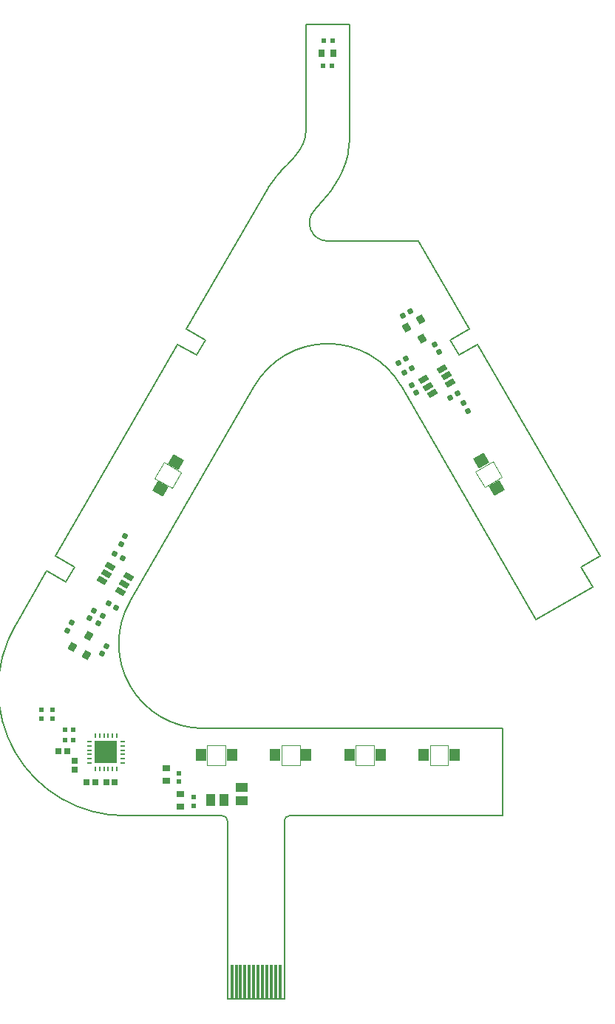
<source format=gbp>
G04*
G04 #@! TF.GenerationSoftware,Altium Limited,Altium Designer,19.0.12 (326)*
G04*
G04 Layer_Color=128*
%FSLAX44Y44*%
%MOMM*%
G71*
G01*
G75*
%ADD13C,0.1270*%
%ADD14C,0.0500*%
%ADD15C,0.0500*%
%ADD16R,0.3000X4.0000*%
%ADD34R,0.6000X0.6000*%
%ADD36R,0.6000X0.6000*%
%ADD37R,1.4000X1.1000*%
%ADD38R,1.1000X1.4000*%
G04:AMPARAMS|DCode=39|XSize=0.8mm|YSize=0.9mm|CornerRadius=0mm|HoleSize=0mm|Usage=FLASHONLY|Rotation=330.000|XOffset=0mm|YOffset=0mm|HoleType=Round|Shape=Rectangle|*
%AMROTATEDRECTD39*
4,1,4,-0.5714,-0.1897,-0.1214,0.5897,0.5714,0.1897,0.1214,-0.5897,-0.5714,-0.1897,0.0*
%
%ADD39ROTATEDRECTD39*%

%ADD40P,0.8485X4X195.0*%
G04:AMPARAMS|DCode=41|XSize=0.65mm|YSize=1.1mm|CornerRadius=0mm|HoleSize=0mm|Usage=FLASHONLY|Rotation=240.000|XOffset=0mm|YOffset=0mm|HoleType=Round|Shape=Rectangle|*
%AMROTATEDRECTD41*
4,1,4,-0.3138,0.5565,0.6388,0.0065,0.3138,-0.5565,-0.6388,-0.0065,-0.3138,0.5565,0.0*
%
%ADD41ROTATEDRECTD41*%

G04:AMPARAMS|DCode=42|XSize=0.8mm|YSize=0.9mm|CornerRadius=0mm|HoleSize=0mm|Usage=FLASHONLY|Rotation=210.000|XOffset=0mm|YOffset=0mm|HoleType=Round|Shape=Rectangle|*
%AMROTATEDRECTD42*
4,1,4,0.1214,0.5897,0.5714,-0.1897,-0.1214,-0.5897,-0.5714,0.1897,0.1214,0.5897,0.0*
%
%ADD42ROTATEDRECTD42*%

%ADD43P,0.8485X4X165.0*%
G04:AMPARAMS|DCode=44|XSize=0.65mm|YSize=1.1mm|CornerRadius=0mm|HoleSize=0mm|Usage=FLASHONLY|Rotation=120.000|XOffset=0mm|YOffset=0mm|HoleType=Round|Shape=Rectangle|*
%AMROTATEDRECTD44*
4,1,4,0.6388,-0.0065,-0.3138,-0.5565,-0.6388,0.0065,0.3138,0.5565,0.6388,-0.0065,0.0*
%
%ADD44ROTATEDRECTD44*%

%ADD45P,0.8485X4X105.0*%
%ADD46P,0.8485X4X75.0*%
%ADD47R,0.8000X0.9000*%
%ADD48R,0.6000X0.2500*%
%ADD49R,0.2500X0.6000*%
%ADD50R,2.6000X2.6000*%
%ADD54R,0.7200X0.7200*%
%ADD55R,0.7200X0.7200*%
%ADD56R,0.9000X0.8000*%
G04:AMPARAMS|DCode=91|XSize=1.3mm|YSize=1.4mm|CornerRadius=0mm|HoleSize=0mm|Usage=FLASHONLY|Rotation=120.000|XOffset=0mm|YOffset=0mm|HoleType=Round|Shape=Rectangle|*
%AMROTATEDRECTD91*
4,1,4,0.9312,-0.2129,-0.2812,-0.9129,-0.9312,0.2129,0.2812,0.9129,0.9312,-0.2129,0.0*
%
%ADD91ROTATEDRECTD91*%

G04:AMPARAMS|DCode=92|XSize=1.3mm|YSize=1.4mm|CornerRadius=0mm|HoleSize=0mm|Usage=FLASHONLY|Rotation=60.000|XOffset=0mm|YOffset=0mm|HoleType=Round|Shape=Rectangle|*
%AMROTATEDRECTD92*
4,1,4,0.2812,-0.9129,-0.9312,-0.2129,-0.2812,0.9129,0.9312,0.2129,0.2812,-0.9129,0.0*
%
%ADD92ROTATEDRECTD92*%

%ADD93R,1.3000X1.4000*%
D13*
X71033Y210000D02*
G03*
X65000Y203904I31J-6065D01*
G01*
X0Y203812D02*
G03*
X-5942Y210000I-6065J123D01*
G01*
X-111533Y455503D02*
G03*
X-27532Y310000I84003J-48502D01*
G01*
X198813Y702019D02*
G03*
X30804Y702023I-84006J-48498D01*
G01*
X100117Y903997D02*
G03*
X114813Y867997I14697J-15000D01*
G01*
X100117Y903997D02*
G03*
X118069Y924838I-112752J115276D01*
G01*
X86550Y979398D02*
G03*
X88952Y986455I-34722J15755D01*
G01*
X55905Y941923D02*
G03*
X46385Y928999I62227J-55807D01*
G01*
X127940Y940646D02*
G03*
X131966Y948976I-104630J55697D01*
G01*
X67301Y954122D02*
G03*
X72986Y960189I-226733J218176D01*
G01*
X137728Y966245D02*
G03*
X139816Y983996I-76944J18047D01*
G01*
X135260Y957526D02*
G03*
X137728Y966245I-88650J29809D01*
G01*
X118069Y924838D02*
G03*
X127940Y940646I-111894J80857D01*
G01*
X72986Y960189D02*
G03*
X78280Y966360I-96757J88364D01*
G01*
X131966Y948976D02*
G03*
X135260Y957526I-96690J42161D01*
G01*
X88952Y986455D02*
G03*
X89816Y993997I-32548J7551D01*
G01*
X78280Y966360D02*
G03*
X82897Y972731I-59537J48000D01*
G01*
D02*
G03*
X86550Y979398I-42719J27740D01*
G01*
X61512Y948065D02*
G03*
X55905Y941922I151760J-144153D01*
G01*
X-243169Y427506D02*
G03*
X-117601Y210003I125572J-72503D01*
G01*
X0Y0D02*
Y203812D01*
X65000Y0D02*
Y203904D01*
X0Y0D02*
X65000D01*
X353156Y434674D02*
X418158Y472087D01*
X198813Y702019D02*
X353156Y434674D01*
X405003Y494874D02*
X418158Y472087D01*
X405003Y494874D02*
X426654Y507374D01*
X286664Y749856D02*
X426654Y507374D01*
X218461Y867994D02*
X276665Y767177D01*
X255014Y754678D02*
X276665Y767177D01*
X265013Y737357D02*
X286664Y749856D01*
X255014Y754678D02*
X265013Y737357D01*
X114813Y867997D02*
X218461Y867994D01*
X139816Y983996D02*
X139816Y1003996D01*
X89816Y993997D02*
X89816Y1003997D01*
X61512Y948065D02*
X67301Y954122D01*
X-47044Y767185D02*
X46385Y928999D01*
X-47044Y767185D02*
X-25393Y754685D01*
X-35394Y737365D02*
X-25393Y754685D01*
X-57044Y749865D02*
X-35394Y737365D01*
X-197046Y507389D02*
X-57044Y749865D01*
X-111533Y455503D02*
X30804Y702023D01*
X-27532Y310000D02*
X314799Y309992D01*
X-243169Y427506D02*
X-207046Y490069D01*
X-185396Y477568D02*
X-175396Y494889D01*
X-197046Y507389D02*
X-175396Y494889D01*
X-207046Y490069D02*
X-185396Y477568D01*
X-117601Y210003D02*
X-5942Y210000D01*
X71033Y210000D02*
X314799D01*
Y309992D01*
X139816Y1003996D02*
Y1115996D01*
X89818D02*
X139816D01*
X89816Y1003997D02*
Y1115997D01*
D14*
X-23201Y290999D02*
X-2201D01*
Y267999D02*
Y290999D01*
X-23201Y267999D02*
X-2201D01*
X-23201D02*
Y290999D01*
X61796Y290997D02*
X82795D01*
Y267997D02*
Y290997D01*
X61796Y267997D02*
X82795D01*
X61796D02*
Y290997D01*
X146797Y291000D02*
X167797D01*
Y268001D02*
Y291000D01*
X146797Y268001D02*
X167797D01*
X146797D02*
Y291000D01*
X231799Y290993D02*
X252799D01*
Y267993D02*
Y290993D01*
X231799Y267993D02*
X252799D01*
X231799D02*
Y290993D01*
D15*
X-83224Y596373D02*
X-72785Y614503D01*
X-63292Y584897D02*
X-52853Y603027D01*
X-72785Y614503D02*
X-52853Y603027D01*
X-83224Y596373D02*
X-63292Y584897D01*
X304030Y615725D02*
X314469Y597595D01*
X284098Y604248D02*
X294537Y586119D01*
X284098Y604248D02*
X304030Y615725D01*
X294537Y586119D02*
X314469Y597595D01*
D16*
X60000Y20000D02*
D03*
X50000D02*
D03*
X45000D02*
D03*
X40000D02*
D03*
X25000D02*
D03*
X20000D02*
D03*
X15000D02*
D03*
X5000D02*
D03*
X55000D02*
D03*
X10000D02*
D03*
X35000D02*
D03*
X30000D02*
D03*
D34*
X-200884Y321390D02*
D03*
Y331390D02*
D03*
X-213046Y331390D02*
D03*
Y321390D02*
D03*
X-55880Y248802D02*
D03*
Y258802D02*
D03*
X-38608Y231611D02*
D03*
Y221611D02*
D03*
D36*
X110062Y1097534D02*
D03*
X120062D02*
D03*
X119809Y1068640D02*
D03*
X109809D02*
D03*
X-176502Y308353D02*
D03*
X-186502D02*
D03*
X-176502Y296923D02*
D03*
X-186502D02*
D03*
D37*
X16256Y227196D02*
D03*
Y242196D02*
D03*
D38*
X-4438Y228346D02*
D03*
X-19438D02*
D03*
D39*
X-161111Y394006D02*
D03*
X-177565Y403506D02*
D03*
X-159338Y416076D02*
D03*
D40*
X-153202Y444766D02*
D03*
X-158202Y436106D02*
D03*
X-143300Y438924D02*
D03*
X-148300Y430264D02*
D03*
X-143600Y395212D02*
D03*
X-138600Y403872D02*
D03*
X-117134Y529856D02*
D03*
X-122134Y521196D02*
D03*
X-178348Y430816D02*
D03*
X-183348Y422156D02*
D03*
D41*
X-143743Y479103D02*
D03*
X-138993Y487330D02*
D03*
X-134243Y495557D02*
D03*
X-113458Y483557D02*
D03*
X-118208Y475330D02*
D03*
X-122958Y467103D02*
D03*
D42*
X204705Y769212D02*
D03*
X221159Y778712D02*
D03*
X222932Y756642D02*
D03*
D43*
X204510Y733004D02*
D03*
X195850Y728004D02*
D03*
X254750Y688380D02*
D03*
X263410Y693380D02*
D03*
X202426Y717336D02*
D03*
X211086Y722336D02*
D03*
X209562Y787360D02*
D03*
X200902Y782360D02*
D03*
D44*
X224874Y709845D02*
D03*
X229624Y701617D02*
D03*
X234373Y693390D02*
D03*
X255158Y705390D02*
D03*
X250408Y713617D02*
D03*
X245658Y721845D02*
D03*
D45*
X-135942Y453370D02*
D03*
X-127282Y448370D02*
D03*
X-120384Y504484D02*
D03*
X-129044Y509484D02*
D03*
D46*
X211114Y703084D02*
D03*
X216114Y694424D02*
D03*
X242438Y740652D02*
D03*
X237438Y749312D02*
D03*
X275296Y673596D02*
D03*
X270296Y682256D02*
D03*
D47*
X107554Y1083056D02*
D03*
X121554D02*
D03*
D48*
X-158126Y270104D02*
D03*
Y275104D02*
D03*
Y280104D02*
D03*
Y285104D02*
D03*
Y290104D02*
D03*
Y295104D02*
D03*
X-120126D02*
D03*
Y290104D02*
D03*
Y285104D02*
D03*
Y280104D02*
D03*
Y275104D02*
D03*
Y270104D02*
D03*
D49*
X-151626Y301604D02*
D03*
X-146626D02*
D03*
X-141626D02*
D03*
X-136626D02*
D03*
X-131626D02*
D03*
X-126626D02*
D03*
Y263604D02*
D03*
X-131626D02*
D03*
X-136626D02*
D03*
X-141626D02*
D03*
X-146626D02*
D03*
X-151626D02*
D03*
D50*
X-139126Y282604D02*
D03*
D54*
X-139032Y248666D02*
D03*
X-129032D02*
D03*
X-193400Y283777D02*
D03*
X-183400D02*
D03*
X-161638Y248666D02*
D03*
X-151638D02*
D03*
D55*
X-175400Y272477D02*
D03*
Y262477D02*
D03*
D56*
X-70104Y264302D02*
D03*
Y250302D02*
D03*
X-53594Y220330D02*
D03*
Y234330D02*
D03*
D91*
X290408Y616294D02*
D03*
X308158Y585550D02*
D03*
D92*
X-76911Y584328D02*
D03*
X-59161Y615072D02*
D03*
D93*
X-30459Y279507D02*
D03*
X5041D02*
D03*
X90046Y279505D02*
D03*
X54546D02*
D03*
X139546Y279502D02*
D03*
X175046D02*
D03*
X260046Y279500D02*
D03*
X224546D02*
D03*
M02*

</source>
